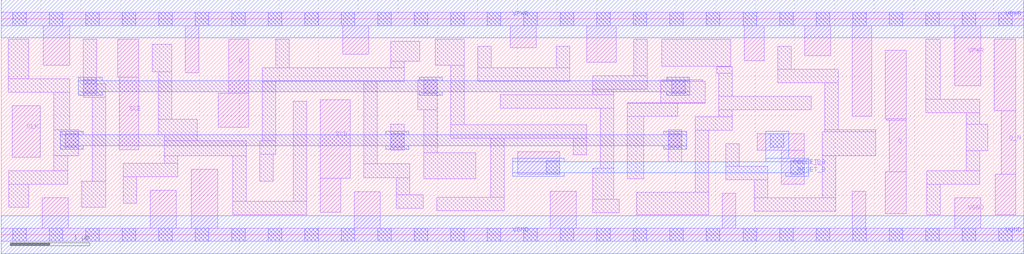
<source format=lef>
# Copyright 2020 The SkyWater PDK Authors
#
# Licensed under the Apache License, Version 2.0 (the "License");
# you may not use this file except in compliance with the License.
# You may obtain a copy of the License at
#
#     https://www.apache.org/licenses/LICENSE-2.0
#
# Unless required by applicable law or agreed to in writing, software
# distributed under the License is distributed on an "AS IS" BASIS,
# WITHOUT WARRANTIES OR CONDITIONS OF ANY KIND, either express or implied.
# See the License for the specific language governing permissions and
# limitations under the License.
#
# SPDX-License-Identifier: Apache-2.0

VERSION 5.7 ;
  NAMESCASESENSITIVE ON ;
  NOWIREEXTENSIONATPIN ON ;
  DIVIDERCHAR "/" ;
  BUSBITCHARS "[]" ;
UNITS
  DATABASE MICRONS 200 ;
END UNITS
MACRO sky130_fd_sc_hd__sdfrbp_1
  CLASS CORE ;
  SOURCE USER ;
  FOREIGN sky130_fd_sc_hd__sdfrbp_1 ;
  ORIGIN  0.000000  0.000000 ;
  SIZE  12.88000 BY  2.720000 ;
  SYMMETRY X Y R90 ;
  SITE unithd ;
  PIN D
    ANTENNAGATEAREA  0.144000 ;
    DIRECTION INPUT ;
    USE SIGNAL ;
    PORT
      LAYER li1 ;
        RECT 2.735000 1.355000 3.120000 1.785000 ;
        RECT 2.865000 1.785000 3.120000 2.465000 ;
    END
  END D
  PIN Q
    ANTENNADIFFAREA  0.429000 ;
    DIRECTION OUTPUT ;
    USE SIGNAL ;
    PORT
      LAYER li1 ;
        RECT 11.140000 0.265000 11.400000 0.795000 ;
        RECT 11.140000 1.460000 11.400000 2.325000 ;
        RECT 11.150000 1.445000 11.400000 1.460000 ;
        RECT 11.190000 0.795000 11.400000 1.445000 ;
    END
  END Q
  PIN Q_N
    ANTENNADIFFAREA  0.340600 ;
    DIRECTION OUTPUT ;
    USE SIGNAL ;
    PORT
      LAYER li1 ;
        RECT 12.510000 1.560000 12.780000 2.465000 ;
        RECT 12.520000 0.255000 12.780000 0.760000 ;
        RECT 12.600000 0.760000 12.780000 1.560000 ;
    END
  END Q_N
  PIN RESET_B
    ANTENNAGATEAREA  0.252000 ;
    DIRECTION INPUT ;
    USE SIGNAL ;
    PORT
      LAYER li1 ;
        RECT 6.505000 0.765000  7.035000 1.045000 ;
        RECT 9.525000 1.065000 10.115000 1.275000 ;
        RECT 9.825000 0.635000 10.115000 1.065000 ;
      LAYER mcon ;
        RECT 6.865000 0.765000  7.035000 0.935000 ;
        RECT 9.690000 1.105000  9.860000 1.275000 ;
        RECT 9.945000 0.765000 10.115000 0.935000 ;
      LAYER met1 ;
        RECT 6.445000 0.735000  7.095000 0.780000 ;
        RECT 6.445000 0.780000 10.175000 0.920000 ;
        RECT 6.445000 0.920000  7.095000 0.965000 ;
        RECT 9.630000 0.920000 10.175000 0.965000 ;
        RECT 9.630000 0.965000  9.920000 1.305000 ;
        RECT 9.885000 0.735000 10.175000 0.780000 ;
    END
  END RESET_B
  PIN SCD
    ANTENNAGATEAREA  0.156600 ;
    DIRECTION INPUT ;
    USE SIGNAL ;
    PORT
      LAYER li1 ;
        RECT 4.020000 0.285000 4.275000 0.710000 ;
        RECT 4.020000 0.710000 4.395000 1.700000 ;
    END
  END SCD
  PIN SCE
    ANTENNAGATEAREA  0.435000 ;
    DIRECTION INPUT ;
    USE SIGNAL ;
    PORT
      LAYER li1 ;
        RECT 1.465000 1.985000 1.730000 2.465000 ;
        RECT 1.485000 1.070000 1.730000 1.985000 ;
    END
  END SCE
  PIN CLK
    ANTENNAGATEAREA  0.247500 ;
    DIRECTION INPUT ;
    USE CLOCK ;
    PORT
      LAYER li1 ;
        RECT 0.140000 0.975000 0.490000 1.625000 ;
    END
  END CLK
  PIN VGND
    DIRECTION INOUT ;
    SHAPE ABUTMENT ;
    USE GROUND ;
    PORT
      LAYER li1 ;
        RECT  0.000000 -0.085000 12.880000 0.085000 ;
        RECT  0.515000  0.085000  0.845000 0.465000 ;
        RECT  1.875000  0.085000  2.205000 0.560000 ;
        RECT  2.395000  0.085000  2.725000 0.825000 ;
        RECT  4.445000  0.085000  4.775000 0.540000 ;
        RECT  6.915000  0.085000  7.245000 0.545000 ;
        RECT  9.085000  0.085000  9.255000 0.525000 ;
        RECT 10.720000  0.085000 10.890000 0.545000 ;
        RECT 12.010000  0.085000 12.340000 0.465000 ;
      LAYER mcon ;
        RECT  0.145000 -0.085000  0.315000 0.085000 ;
        RECT  0.605000 -0.085000  0.775000 0.085000 ;
        RECT  1.065000 -0.085000  1.235000 0.085000 ;
        RECT  1.525000 -0.085000  1.695000 0.085000 ;
        RECT  1.985000 -0.085000  2.155000 0.085000 ;
        RECT  2.445000 -0.085000  2.615000 0.085000 ;
        RECT  2.905000 -0.085000  3.075000 0.085000 ;
        RECT  3.365000 -0.085000  3.535000 0.085000 ;
        RECT  3.825000 -0.085000  3.995000 0.085000 ;
        RECT  4.285000 -0.085000  4.455000 0.085000 ;
        RECT  4.745000 -0.085000  4.915000 0.085000 ;
        RECT  5.205000 -0.085000  5.375000 0.085000 ;
        RECT  5.665000 -0.085000  5.835000 0.085000 ;
        RECT  6.125000 -0.085000  6.295000 0.085000 ;
        RECT  6.585000 -0.085000  6.755000 0.085000 ;
        RECT  7.045000 -0.085000  7.215000 0.085000 ;
        RECT  7.505000 -0.085000  7.675000 0.085000 ;
        RECT  7.965000 -0.085000  8.135000 0.085000 ;
        RECT  8.425000 -0.085000  8.595000 0.085000 ;
        RECT  8.885000 -0.085000  9.055000 0.085000 ;
        RECT  9.345000 -0.085000  9.515000 0.085000 ;
        RECT  9.805000 -0.085000  9.975000 0.085000 ;
        RECT 10.265000 -0.085000 10.435000 0.085000 ;
        RECT 10.725000 -0.085000 10.895000 0.085000 ;
        RECT 11.185000 -0.085000 11.355000 0.085000 ;
        RECT 11.645000 -0.085000 11.815000 0.085000 ;
        RECT 12.105000 -0.085000 12.275000 0.085000 ;
        RECT 12.565000 -0.085000 12.735000 0.085000 ;
      LAYER met1 ;
        RECT 0.000000 -0.240000 12.880000 0.240000 ;
    END
  END VGND
  PIN VPWR
    DIRECTION INOUT ;
    SHAPE ABUTMENT ;
    USE POWER ;
    PORT
      LAYER li1 ;
        RECT  0.000000 2.635000 12.880000 2.805000 ;
        RECT  0.530000 2.135000  0.860000 2.635000 ;
        RECT  2.320000 2.040000  2.490000 2.635000 ;
        RECT  4.300000 2.275000  4.630000 2.635000 ;
        RECT  6.410000 2.355000  6.740000 2.635000 ;
        RECT  7.375000 2.175000  7.745000 2.635000 ;
        RECT  9.360000 2.195000  9.610000 2.635000 ;
        RECT 10.120000 2.255000 10.450000 2.635000 ;
        RECT 10.720000 1.495000 10.970000 2.635000 ;
        RECT 12.010000 1.875000 12.340000 2.635000 ;
      LAYER mcon ;
        RECT  0.145000 2.635000  0.315000 2.805000 ;
        RECT  0.605000 2.635000  0.775000 2.805000 ;
        RECT  1.065000 2.635000  1.235000 2.805000 ;
        RECT  1.525000 2.635000  1.695000 2.805000 ;
        RECT  1.985000 2.635000  2.155000 2.805000 ;
        RECT  2.445000 2.635000  2.615000 2.805000 ;
        RECT  2.905000 2.635000  3.075000 2.805000 ;
        RECT  3.365000 2.635000  3.535000 2.805000 ;
        RECT  3.825000 2.635000  3.995000 2.805000 ;
        RECT  4.285000 2.635000  4.455000 2.805000 ;
        RECT  4.745000 2.635000  4.915000 2.805000 ;
        RECT  5.205000 2.635000  5.375000 2.805000 ;
        RECT  5.665000 2.635000  5.835000 2.805000 ;
        RECT  6.125000 2.635000  6.295000 2.805000 ;
        RECT  6.585000 2.635000  6.755000 2.805000 ;
        RECT  7.045000 2.635000  7.215000 2.805000 ;
        RECT  7.505000 2.635000  7.675000 2.805000 ;
        RECT  7.965000 2.635000  8.135000 2.805000 ;
        RECT  8.425000 2.635000  8.595000 2.805000 ;
        RECT  8.885000 2.635000  9.055000 2.805000 ;
        RECT  9.345000 2.635000  9.515000 2.805000 ;
        RECT  9.805000 2.635000  9.975000 2.805000 ;
        RECT 10.265000 2.635000 10.435000 2.805000 ;
        RECT 10.725000 2.635000 10.895000 2.805000 ;
        RECT 11.185000 2.635000 11.355000 2.805000 ;
        RECT 11.645000 2.635000 11.815000 2.805000 ;
        RECT 12.105000 2.635000 12.275000 2.805000 ;
        RECT 12.565000 2.635000 12.735000 2.805000 ;
      LAYER met1 ;
        RECT 0.000000 2.480000 12.880000 2.960000 ;
    END
  END VPWR
  OBS
    LAYER li1 ;
      RECT  0.090000 1.795000  0.865000 1.965000 ;
      RECT  0.090000 1.965000  0.345000 2.465000 ;
      RECT  0.095000 0.345000  0.345000 0.635000 ;
      RECT  0.095000 0.635000  0.835000 0.805000 ;
      RECT  0.660000 0.805000  0.835000 0.995000 ;
      RECT  0.660000 0.995000  0.975000 1.325000 ;
      RECT  0.660000 1.325000  0.865000 1.795000 ;
      RECT  1.015000 0.345000  1.315000 0.675000 ;
      RECT  1.035000 1.730000  1.315000 1.900000 ;
      RECT  1.035000 1.900000  1.205000 2.465000 ;
      RECT  1.145000 0.675000  1.315000 1.730000 ;
      RECT  1.535000 0.395000  1.705000 0.730000 ;
      RECT  1.535000 0.730000  2.225000 0.900000 ;
      RECT  1.900000 2.055000  2.150000 2.400000 ;
      RECT  1.980000 1.260000  2.470000 1.455000 ;
      RECT  1.980000 1.455000  2.150000 2.055000 ;
      RECT  2.055000 0.900000  2.225000 0.995000 ;
      RECT  2.055000 0.995000  3.085000 1.185000 ;
      RECT  2.055000 1.185000  2.470000 1.260000 ;
      RECT  2.915000 0.255000  3.850000 0.425000 ;
      RECT  2.915000 0.425000  3.085000 0.995000 ;
      RECT  3.255000 0.675000  3.425000 1.015000 ;
      RECT  3.255000 1.015000  3.460000 1.185000 ;
      RECT  3.290000 1.185000  3.460000 1.935000 ;
      RECT  3.290000 1.935000  5.075000 2.105000 ;
      RECT  3.460000 2.105000  3.630000 2.465000 ;
      RECT  3.680000 0.425000  3.850000 1.685000 ;
      RECT  4.565000 0.715000  5.145000 0.895000 ;
      RECT  4.565000 0.895000  4.735000 1.935000 ;
      RECT  4.905000 1.065000  5.075000 1.395000 ;
      RECT  4.905000 2.105000  5.075000 2.185000 ;
      RECT  4.905000 2.185000  5.275000 2.435000 ;
      RECT  4.975000 0.335000  5.315000 0.505000 ;
      RECT  4.975000 0.505000  5.145000 0.715000 ;
      RECT  5.245000 1.575000  5.495000 1.955000 ;
      RECT  5.325000 0.705000  5.975000 1.035000 ;
      RECT  5.325000 1.035000  5.495000 1.575000 ;
      RECT  5.470000 2.135000  5.835000 2.465000 ;
      RECT  5.485000 0.305000  6.335000 0.475000 ;
      RECT  5.665000 1.215000  7.375000 1.385000 ;
      RECT  5.665000 1.385000  5.835000 2.135000 ;
      RECT  6.005000 1.935000  7.165000 2.105000 ;
      RECT  6.005000 2.105000  6.175000 2.375000 ;
      RECT  6.165000 0.475000  6.335000 1.215000 ;
      RECT  6.285000 1.595000  7.715000 1.765000 ;
      RECT  6.995000 2.105000  7.165000 2.375000 ;
      RECT  7.205000 1.005000  7.375000 1.215000 ;
      RECT  7.455000 0.275000  7.785000 0.445000 ;
      RECT  7.455000 0.445000  7.715000 0.835000 ;
      RECT  7.455000 1.765000  7.715000 1.835000 ;
      RECT  7.455000 1.835000  8.140000 2.005000 ;
      RECT  7.545000 0.835000  7.715000 1.595000 ;
      RECT  7.885000 0.705000  8.095000 1.495000 ;
      RECT  7.885000 1.495000  8.520000 1.655000 ;
      RECT  7.885000 1.655000  8.870000 1.665000 ;
      RECT  7.970000 2.005000  8.140000 2.465000 ;
      RECT  8.005000 0.255000  8.915000 0.535000 ;
      RECT  8.310000 1.665000  8.870000 1.935000 ;
      RECT  8.310000 1.935000  8.840000 1.955000 ;
      RECT  8.320000 2.125000  9.190000 2.465000 ;
      RECT  8.405000 0.920000  8.575000 1.325000 ;
      RECT  8.745000 0.535000  8.915000 1.315000 ;
      RECT  8.745000 1.315000  9.210000 1.485000 ;
      RECT  9.015000 2.035000  9.210000 2.115000 ;
      RECT  9.015000 2.115000  9.190000 2.125000 ;
      RECT  9.040000 1.485000  9.210000 1.575000 ;
      RECT  9.040000 1.575000 10.205000 1.745000 ;
      RECT  9.040000 1.745000  9.210000 2.035000 ;
      RECT  9.125000 0.695000  9.655000 0.865000 ;
      RECT  9.125000 0.865000  9.295000 1.145000 ;
      RECT  9.485000 0.295000 10.515000 0.465000 ;
      RECT  9.485000 0.465000  9.655000 0.695000 ;
      RECT  9.780000 1.915000 10.545000 2.085000 ;
      RECT  9.780000 2.085000  9.950000 2.375000 ;
      RECT 10.345000 0.465000 10.515000 0.995000 ;
      RECT 10.345000 0.995000 11.020000 1.295000 ;
      RECT 10.375000 1.295000 11.020000 1.325000 ;
      RECT 10.375000 1.325000 10.545000 1.915000 ;
      RECT 11.650000 1.535000 12.325000 1.705000 ;
      RECT 11.650000 1.705000 11.830000 2.465000 ;
      RECT 11.660000 0.255000 11.830000 0.635000 ;
      RECT 11.660000 0.635000 12.325000 0.805000 ;
      RECT 12.155000 0.805000 12.325000 1.060000 ;
      RECT 12.155000 1.060000 12.430000 1.390000 ;
      RECT 12.155000 1.390000 12.325000 1.535000 ;
    LAYER mcon ;
      RECT 0.805000 1.105000 0.975000 1.275000 ;
      RECT 1.035000 1.785000 1.205000 1.955000 ;
      RECT 4.905000 1.105000 5.075000 1.275000 ;
      RECT 5.325000 1.785000 5.495000 1.955000 ;
      RECT 8.405000 1.105000 8.575000 1.275000 ;
      RECT 8.445000 1.785000 8.615000 1.955000 ;
    LAYER met1 ;
      RECT 0.745000 1.075000 1.035000 1.120000 ;
      RECT 0.745000 1.120000 8.635000 1.260000 ;
      RECT 0.745000 1.260000 1.035000 1.305000 ;
      RECT 0.970000 1.755000 1.270000 1.800000 ;
      RECT 0.970000 1.800000 8.675000 1.940000 ;
      RECT 0.970000 1.940000 1.270000 1.985000 ;
      RECT 4.845000 1.075000 5.135000 1.120000 ;
      RECT 4.845000 1.260000 5.135000 1.305000 ;
      RECT 5.265000 1.755000 5.555000 1.800000 ;
      RECT 5.265000 1.940000 5.555000 1.985000 ;
      RECT 8.345000 1.075000 8.635000 1.120000 ;
      RECT 8.345000 1.260000 8.635000 1.305000 ;
      RECT 8.385000 1.755000 8.675000 1.800000 ;
      RECT 8.385000 1.940000 8.675000 1.985000 ;
  END
END sky130_fd_sc_hd__sdfrbp_1
END LIBRARY

</source>
